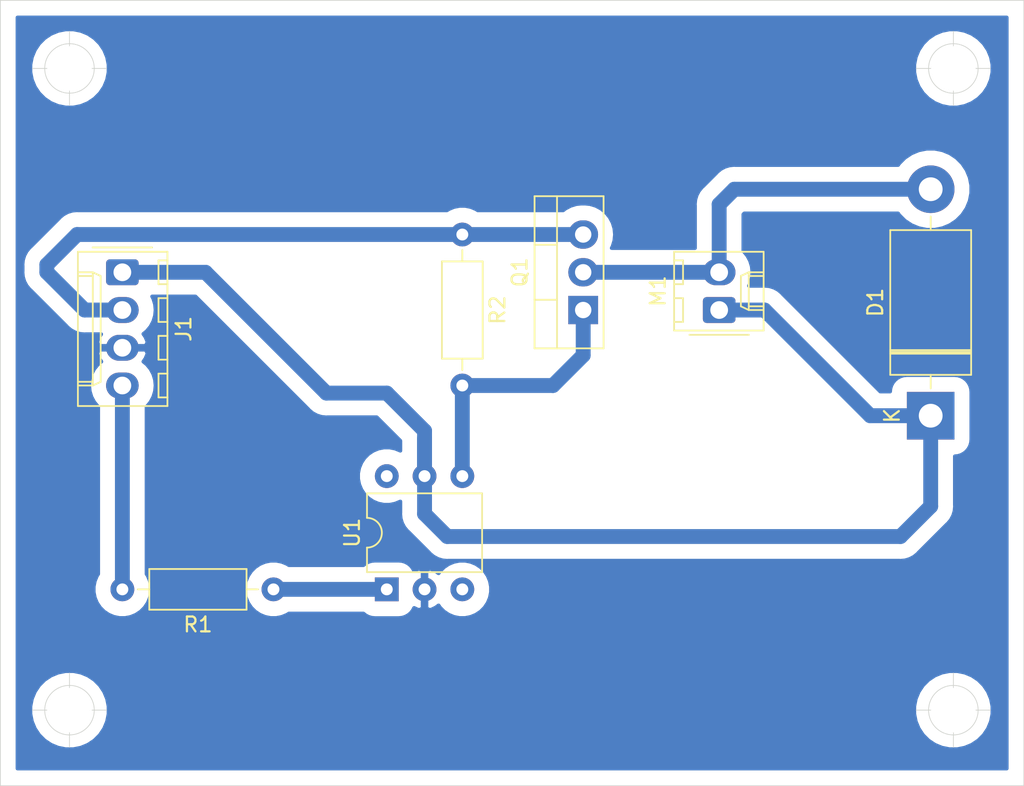
<source format=kicad_pcb>
(kicad_pcb (version 20171130) (host pcbnew "(5.1.7)-1")

  (general
    (thickness 1.6)
    (drawings 8)
    (tracks 30)
    (zones 0)
    (modules 11)
    (nets 10)
  )

  (page A4)
  (title_block
    (title "Motor Coupler")
    (date 8/10/2020)
    (rev V3.0)
    (company Zéfiro)
  )

  (layers
    (0 F.Cu signal)
    (31 B.Cu signal)
    (32 B.Adhes user hide)
    (33 F.Adhes user hide)
    (34 B.Paste user)
    (35 F.Paste user hide)
    (36 B.SilkS user)
    (37 F.SilkS user)
    (38 B.Mask user)
    (39 F.Mask user hide)
    (40 Dwgs.User user hide)
    (41 Cmts.User user hide)
    (42 Eco1.User user hide)
    (43 Eco2.User user hide)
    (44 Edge.Cuts user)
    (45 Margin user hide)
    (46 B.CrtYd user)
    (47 F.CrtYd user hide)
    (48 B.Fab user)
    (49 F.Fab user hide)
  )

  (setup
    (last_trace_width 1)
    (trace_clearance 0.2)
    (zone_clearance 1)
    (zone_45_only no)
    (trace_min 0.2)
    (via_size 0.8)
    (via_drill 0.4)
    (via_min_size 0.4)
    (via_min_drill 0.3)
    (uvia_size 0.3)
    (uvia_drill 0.1)
    (uvias_allowed no)
    (uvia_min_size 0.2)
    (uvia_min_drill 0.1)
    (edge_width 0.05)
    (segment_width 0.2)
    (pcb_text_width 0.3)
    (pcb_text_size 1.5 1.5)
    (mod_edge_width 0.12)
    (mod_text_size 1 1)
    (mod_text_width 0.15)
    (pad_size 1.524 1.524)
    (pad_drill 0.762)
    (pad_to_mask_clearance 0)
    (aux_axis_origin 116.332 114.3)
    (visible_elements 7FFFFFFF)
    (pcbplotparams
      (layerselection 0x010fc_ffffffff)
      (usegerberextensions false)
      (usegerberattributes true)
      (usegerberadvancedattributes true)
      (creategerberjobfile true)
      (excludeedgelayer true)
      (linewidth 0.100000)
      (plotframeref false)
      (viasonmask false)
      (mode 1)
      (useauxorigin false)
      (hpglpennumber 1)
      (hpglpenspeed 20)
      (hpglpendiameter 15.000000)
      (psnegative false)
      (psa4output false)
      (plotreference true)
      (plotvalue true)
      (plotinvisibletext false)
      (padsonsilk false)
      (subtractmaskfromsilk false)
      (outputformat 1)
      (mirror false)
      (drillshape 1)
      (scaleselection 1)
      (outputdirectory ""))
  )

  (net 0 "")
  (net 1 "Net-(D1-Pad2)")
  (net 2 12V)
  (net 3 MOTOR_PWM)
  (net 4 GND)
  (net 5 "Net-(R1-Pad1)")
  (net 6 "Net-(U1-Pad6)")
  (net 7 "Net-(U1-Pad3)")
  (net 8 "Net-(Q1-Pad1)")
  (net 9 Bat_GND)

  (net_class Default "This is the default net class."
    (clearance 0.2)
    (trace_width 1)
    (via_dia 0.8)
    (via_drill 0.4)
    (uvia_dia 0.3)
    (uvia_drill 0.1)
    (add_net 12V)
    (add_net Bat_GND)
    (add_net GND)
    (add_net MOTOR_PWM)
    (add_net "Net-(D1-Pad2)")
    (add_net "Net-(Q1-Pad1)")
    (add_net "Net-(R1-Pad1)")
    (add_net "Net-(U1-Pad3)")
    (add_net "Net-(U1-Pad6)")
  )

  (module Connector_Molex:Molex_KK-254_AE-6410-04A_1x04_P2.54mm_Vertical (layer F.Cu) (tedit 5EA53D3B) (tstamp 5F8E4265)
    (at 119.888 84.836 270)
    (descr "Molex KK-254 Interconnect System, old/engineering part number: AE-6410-04A example for new part number: 22-27-2041, 4 Pins (http://www.molex.com/pdm_docs/sd/022272021_sd.pdf), generated with kicad-footprint-generator")
    (tags "connector Molex KK-254 vertical")
    (path /5F861A08)
    (fp_text reference J1 (at 3.81 -4.12 90) (layer F.SilkS)
      (effects (font (size 1 1) (thickness 0.15)))
    )
    (fp_text value Conn_Motor (at 3.81 4.08 90) (layer F.Fab)
      (effects (font (size 1 1) (thickness 0.15)))
    )
    (fp_text user %R (at 3.81 -2.22 90) (layer F.Fab)
      (effects (font (size 1 1) (thickness 0.15)))
    )
    (fp_line (start -1.27 -2.92) (end -1.27 2.88) (layer F.Fab) (width 0.1))
    (fp_line (start -1.27 2.88) (end 8.89 2.88) (layer F.Fab) (width 0.1))
    (fp_line (start 8.89 2.88) (end 8.89 -2.92) (layer F.Fab) (width 0.1))
    (fp_line (start 8.89 -2.92) (end -1.27 -2.92) (layer F.Fab) (width 0.1))
    (fp_line (start -1.38 -3.03) (end -1.38 2.99) (layer F.SilkS) (width 0.12))
    (fp_line (start -1.38 2.99) (end 9 2.99) (layer F.SilkS) (width 0.12))
    (fp_line (start 9 2.99) (end 9 -3.03) (layer F.SilkS) (width 0.12))
    (fp_line (start 9 -3.03) (end -1.38 -3.03) (layer F.SilkS) (width 0.12))
    (fp_line (start -1.67 -2) (end -1.67 2) (layer F.SilkS) (width 0.12))
    (fp_line (start -1.27 -0.5) (end -0.562893 0) (layer F.Fab) (width 0.1))
    (fp_line (start -0.562893 0) (end -1.27 0.5) (layer F.Fab) (width 0.1))
    (fp_line (start 0 2.99) (end 0 1.99) (layer F.SilkS) (width 0.12))
    (fp_line (start 0 1.99) (end 7.62 1.99) (layer F.SilkS) (width 0.12))
    (fp_line (start 7.62 1.99) (end 7.62 2.99) (layer F.SilkS) (width 0.12))
    (fp_line (start 0 1.99) (end 0.25 1.46) (layer F.SilkS) (width 0.12))
    (fp_line (start 0.25 1.46) (end 7.37 1.46) (layer F.SilkS) (width 0.12))
    (fp_line (start 7.37 1.46) (end 7.62 1.99) (layer F.SilkS) (width 0.12))
    (fp_line (start 0.25 2.99) (end 0.25 1.99) (layer F.SilkS) (width 0.12))
    (fp_line (start 7.37 2.99) (end 7.37 1.99) (layer F.SilkS) (width 0.12))
    (fp_line (start -0.8 -3.03) (end -0.8 -2.43) (layer F.SilkS) (width 0.12))
    (fp_line (start -0.8 -2.43) (end 0.8 -2.43) (layer F.SilkS) (width 0.12))
    (fp_line (start 0.8 -2.43) (end 0.8 -3.03) (layer F.SilkS) (width 0.12))
    (fp_line (start 1.74 -3.03) (end 1.74 -2.43) (layer F.SilkS) (width 0.12))
    (fp_line (start 1.74 -2.43) (end 3.34 -2.43) (layer F.SilkS) (width 0.12))
    (fp_line (start 3.34 -2.43) (end 3.34 -3.03) (layer F.SilkS) (width 0.12))
    (fp_line (start 4.28 -3.03) (end 4.28 -2.43) (layer F.SilkS) (width 0.12))
    (fp_line (start 4.28 -2.43) (end 5.88 -2.43) (layer F.SilkS) (width 0.12))
    (fp_line (start 5.88 -2.43) (end 5.88 -3.03) (layer F.SilkS) (width 0.12))
    (fp_line (start 6.82 -3.03) (end 6.82 -2.43) (layer F.SilkS) (width 0.12))
    (fp_line (start 6.82 -2.43) (end 8.42 -2.43) (layer F.SilkS) (width 0.12))
    (fp_line (start 8.42 -2.43) (end 8.42 -3.03) (layer F.SilkS) (width 0.12))
    (fp_line (start -1.77 -3.42) (end -1.77 3.38) (layer F.CrtYd) (width 0.05))
    (fp_line (start -1.77 3.38) (end 9.39 3.38) (layer F.CrtYd) (width 0.05))
    (fp_line (start 9.39 3.38) (end 9.39 -3.42) (layer F.CrtYd) (width 0.05))
    (fp_line (start 9.39 -3.42) (end -1.77 -3.42) (layer F.CrtYd) (width 0.05))
    (pad 4 thru_hole oval (at 7.62 0 270) (size 1.74 2.19) (drill 1.19) (layers *.Cu *.Mask)
      (net 3 MOTOR_PWM))
    (pad 3 thru_hole oval (at 5.08 0 270) (size 1.74 2.19) (drill 1.19) (layers *.Cu *.Mask)
      (net 4 GND))
    (pad 2 thru_hole oval (at 2.54 0 270) (size 1.74 2.19) (drill 1.19) (layers *.Cu *.Mask)
      (net 9 Bat_GND))
    (pad 1 thru_hole roundrect (at 0 0 270) (size 1.74 2.19) (drill 1.19) (layers *.Cu *.Mask) (roundrect_rratio 0.143678)
      (net 2 12V))
    (model ${KISYS3DMOD}/Connector_Molex.3dshapes/Molex_KK-254_AE-6410-04A_1x04_P2.54mm_Vertical.wrl
      (at (xyz 0 0 0))
      (scale (xyz 1 1 1))
      (rotate (xyz 0 0 0))
    )
  )

  (module Package_TO_SOT_THT:TO-220-3_Vertical (layer F.Cu) (tedit 5AC8BA0D) (tstamp 5F81F78C)
    (at 150.876 87.376 90)
    (descr "TO-220-3, Vertical, RM 2.54mm, see https://www.vishay.com/docs/66542/to-220-1.pdf")
    (tags "TO-220-3 Vertical RM 2.54mm")
    (path /5F89178F)
    (fp_text reference Q1 (at 2.54 -4.27 90) (layer F.SilkS)
      (effects (font (size 1 1) (thickness 0.15)))
    )
    (fp_text value IRF540N (at 2.54 2.5 90) (layer F.Fab)
      (effects (font (size 1 1) (thickness 0.15)))
    )
    (fp_line (start -2.46 -3.15) (end -2.46 1.25) (layer F.Fab) (width 0.1))
    (fp_line (start -2.46 1.25) (end 7.54 1.25) (layer F.Fab) (width 0.1))
    (fp_line (start 7.54 1.25) (end 7.54 -3.15) (layer F.Fab) (width 0.1))
    (fp_line (start 7.54 -3.15) (end -2.46 -3.15) (layer F.Fab) (width 0.1))
    (fp_line (start -2.46 -1.88) (end 7.54 -1.88) (layer F.Fab) (width 0.1))
    (fp_line (start 0.69 -3.15) (end 0.69 -1.88) (layer F.Fab) (width 0.1))
    (fp_line (start 4.39 -3.15) (end 4.39 -1.88) (layer F.Fab) (width 0.1))
    (fp_line (start -2.58 -3.27) (end 7.66 -3.27) (layer F.SilkS) (width 0.12))
    (fp_line (start -2.58 1.371) (end 7.66 1.371) (layer F.SilkS) (width 0.12))
    (fp_line (start -2.58 -3.27) (end -2.58 1.371) (layer F.SilkS) (width 0.12))
    (fp_line (start 7.66 -3.27) (end 7.66 1.371) (layer F.SilkS) (width 0.12))
    (fp_line (start -2.58 -1.76) (end 7.66 -1.76) (layer F.SilkS) (width 0.12))
    (fp_line (start 0.69 -3.27) (end 0.69 -1.76) (layer F.SilkS) (width 0.12))
    (fp_line (start 4.391 -3.27) (end 4.391 -1.76) (layer F.SilkS) (width 0.12))
    (fp_line (start -2.71 -3.4) (end -2.71 1.51) (layer F.CrtYd) (width 0.05))
    (fp_line (start -2.71 1.51) (end 7.79 1.51) (layer F.CrtYd) (width 0.05))
    (fp_line (start 7.79 1.51) (end 7.79 -3.4) (layer F.CrtYd) (width 0.05))
    (fp_line (start 7.79 -3.4) (end -2.71 -3.4) (layer F.CrtYd) (width 0.05))
    (fp_text user %R (at 2.54 -4.27 90) (layer F.Fab)
      (effects (font (size 1 1) (thickness 0.15)))
    )
    (pad 3 thru_hole oval (at 5.08 0 90) (size 1.905 2) (drill 1.1) (layers *.Cu *.Mask)
      (net 9 Bat_GND))
    (pad 2 thru_hole oval (at 2.54 0 90) (size 1.905 2) (drill 1.1) (layers *.Cu *.Mask)
      (net 1 "Net-(D1-Pad2)"))
    (pad 1 thru_hole rect (at 0 0 90) (size 1.905 2) (drill 1.1) (layers *.Cu *.Mask)
      (net 8 "Net-(Q1-Pad1)"))
    (model ${KISYS3DMOD}/Package_TO_SOT_THT.3dshapes/TO-220-3_Vertical.wrl
      (at (xyz 0 0 0))
      (scale (xyz 1 1 1))
      (rotate (xyz 0 0 0))
    )
  )

  (module Package_DIP:DIP-6_W7.62mm (layer F.Cu) (tedit 5A02E8C5) (tstamp 5F81F882)
    (at 137.668 106.172 90)
    (descr "6-lead though-hole mounted DIP package, row spacing 7.62 mm (300 mils)")
    (tags "THT DIP DIL PDIP 2.54mm 7.62mm 300mil")
    (path /5F8644DD)
    (fp_text reference U1 (at 3.81 -2.33 90) (layer F.SilkS)
      (effects (font (size 1 1) (thickness 0.15)))
    )
    (fp_text value 4N25 (at 3.81 7.41 90) (layer F.Fab)
      (effects (font (size 1 1) (thickness 0.15)))
    )
    (fp_line (start 1.635 -1.27) (end 6.985 -1.27) (layer F.Fab) (width 0.1))
    (fp_line (start 6.985 -1.27) (end 6.985 6.35) (layer F.Fab) (width 0.1))
    (fp_line (start 6.985 6.35) (end 0.635 6.35) (layer F.Fab) (width 0.1))
    (fp_line (start 0.635 6.35) (end 0.635 -0.27) (layer F.Fab) (width 0.1))
    (fp_line (start 0.635 -0.27) (end 1.635 -1.27) (layer F.Fab) (width 0.1))
    (fp_line (start 2.81 -1.33) (end 1.16 -1.33) (layer F.SilkS) (width 0.12))
    (fp_line (start 1.16 -1.33) (end 1.16 6.41) (layer F.SilkS) (width 0.12))
    (fp_line (start 1.16 6.41) (end 6.46 6.41) (layer F.SilkS) (width 0.12))
    (fp_line (start 6.46 6.41) (end 6.46 -1.33) (layer F.SilkS) (width 0.12))
    (fp_line (start 6.46 -1.33) (end 4.81 -1.33) (layer F.SilkS) (width 0.12))
    (fp_line (start -1.1 -1.55) (end -1.1 6.6) (layer F.CrtYd) (width 0.05))
    (fp_line (start -1.1 6.6) (end 8.7 6.6) (layer F.CrtYd) (width 0.05))
    (fp_line (start 8.7 6.6) (end 8.7 -1.55) (layer F.CrtYd) (width 0.05))
    (fp_line (start 8.7 -1.55) (end -1.1 -1.55) (layer F.CrtYd) (width 0.05))
    (fp_text user %R (at 3.81 2.54 90) (layer F.Fab)
      (effects (font (size 1 1) (thickness 0.15)))
    )
    (fp_arc (start 3.81 -1.33) (end 2.81 -1.33) (angle -180) (layer F.SilkS) (width 0.12))
    (pad 6 thru_hole oval (at 7.62 0 90) (size 1.6 1.6) (drill 0.8) (layers *.Cu *.Mask)
      (net 6 "Net-(U1-Pad6)"))
    (pad 3 thru_hole oval (at 0 5.08 90) (size 1.6 1.6) (drill 0.8) (layers *.Cu *.Mask)
      (net 7 "Net-(U1-Pad3)"))
    (pad 5 thru_hole oval (at 7.62 2.54 90) (size 1.6 1.6) (drill 0.8) (layers *.Cu *.Mask)
      (net 2 12V))
    (pad 2 thru_hole oval (at 0 2.54 90) (size 1.6 1.6) (drill 0.8) (layers *.Cu *.Mask)
      (net 4 GND))
    (pad 4 thru_hole oval (at 7.62 5.08 90) (size 1.6 1.6) (drill 0.8) (layers *.Cu *.Mask)
      (net 8 "Net-(Q1-Pad1)"))
    (pad 1 thru_hole rect (at 0 0 90) (size 1.6 1.6) (drill 0.8) (layers *.Cu *.Mask)
      (net 5 "Net-(R1-Pad1)"))
    (model ${KISYS3DMOD}/Package_DIP.3dshapes/DIP-6_W7.62mm.wrl
      (at (xyz 0 0 0))
      (scale (xyz 1 1 1))
      (rotate (xyz 0 0 0))
    )
  )

  (module Resistor_THT:R_Axial_DIN0207_L6.3mm_D2.5mm_P10.16mm_Horizontal (layer F.Cu) (tedit 5AE5139B) (tstamp 5F81F83D)
    (at 142.748 82.296 270)
    (descr "Resistor, Axial_DIN0207 series, Axial, Horizontal, pin pitch=10.16mm, 0.25W = 1/4W, length*diameter=6.3*2.5mm^2, http://cdn-reichelt.de/documents/datenblatt/B400/1_4W%23YAG.pdf")
    (tags "Resistor Axial_DIN0207 series Axial Horizontal pin pitch 10.16mm 0.25W = 1/4W length 6.3mm diameter 2.5mm")
    (path /5F86AA70)
    (fp_text reference R2 (at 5.08 -2.37 90) (layer F.SilkS)
      (effects (font (size 1 1) (thickness 0.15)))
    )
    (fp_text value 1K (at 5.08 2.37 90) (layer F.Fab)
      (effects (font (size 1 1) (thickness 0.15)))
    )
    (fp_line (start 1.93 -1.25) (end 1.93 1.25) (layer F.Fab) (width 0.1))
    (fp_line (start 1.93 1.25) (end 8.23 1.25) (layer F.Fab) (width 0.1))
    (fp_line (start 8.23 1.25) (end 8.23 -1.25) (layer F.Fab) (width 0.1))
    (fp_line (start 8.23 -1.25) (end 1.93 -1.25) (layer F.Fab) (width 0.1))
    (fp_line (start 0 0) (end 1.93 0) (layer F.Fab) (width 0.1))
    (fp_line (start 10.16 0) (end 8.23 0) (layer F.Fab) (width 0.1))
    (fp_line (start 1.81 -1.37) (end 1.81 1.37) (layer F.SilkS) (width 0.12))
    (fp_line (start 1.81 1.37) (end 8.35 1.37) (layer F.SilkS) (width 0.12))
    (fp_line (start 8.35 1.37) (end 8.35 -1.37) (layer F.SilkS) (width 0.12))
    (fp_line (start 8.35 -1.37) (end 1.81 -1.37) (layer F.SilkS) (width 0.12))
    (fp_line (start 1.04 0) (end 1.81 0) (layer F.SilkS) (width 0.12))
    (fp_line (start 9.12 0) (end 8.35 0) (layer F.SilkS) (width 0.12))
    (fp_line (start -1.05 -1.5) (end -1.05 1.5) (layer F.CrtYd) (width 0.05))
    (fp_line (start -1.05 1.5) (end 11.21 1.5) (layer F.CrtYd) (width 0.05))
    (fp_line (start 11.21 1.5) (end 11.21 -1.5) (layer F.CrtYd) (width 0.05))
    (fp_line (start 11.21 -1.5) (end -1.05 -1.5) (layer F.CrtYd) (width 0.05))
    (fp_text user %R (at 5.08 0 90) (layer F.Fab)
      (effects (font (size 1 1) (thickness 0.15)))
    )
    (pad 2 thru_hole oval (at 10.16 0 270) (size 1.6 1.6) (drill 0.8) (layers *.Cu *.Mask)
      (net 8 "Net-(Q1-Pad1)"))
    (pad 1 thru_hole circle (at 0 0 270) (size 1.6 1.6) (drill 0.8) (layers *.Cu *.Mask)
      (net 9 Bat_GND))
    (model ${KISYS3DMOD}/Resistor_THT.3dshapes/R_Axial_DIN0207_L6.3mm_D2.5mm_P10.16mm_Horizontal.wrl
      (at (xyz 0 0 0))
      (scale (xyz 1 1 1))
      (rotate (xyz 0 0 0))
    )
  )

  (module Resistor_THT:R_Axial_DIN0207_L6.3mm_D2.5mm_P10.16mm_Horizontal (layer F.Cu) (tedit 5AE5139B) (tstamp 5F7FF49C)
    (at 130.048 106.172 180)
    (descr "Resistor, Axial_DIN0207 series, Axial, Horizontal, pin pitch=10.16mm, 0.25W = 1/4W, length*diameter=6.3*2.5mm^2, http://cdn-reichelt.de/documents/datenblatt/B400/1_4W%23YAG.pdf")
    (tags "Resistor Axial_DIN0207 series Axial Horizontal pin pitch 10.16mm 0.25W = 1/4W length 6.3mm diameter 2.5mm")
    (path /5F86F185)
    (fp_text reference R1 (at 5.08 -2.37) (layer F.SilkS)
      (effects (font (size 1 1) (thickness 0.15)))
    )
    (fp_text value 120 (at 5.08 2.37) (layer F.Fab)
      (effects (font (size 1 1) (thickness 0.15)))
    )
    (fp_line (start 1.93 -1.25) (end 1.93 1.25) (layer F.Fab) (width 0.1))
    (fp_line (start 1.93 1.25) (end 8.23 1.25) (layer F.Fab) (width 0.1))
    (fp_line (start 8.23 1.25) (end 8.23 -1.25) (layer F.Fab) (width 0.1))
    (fp_line (start 8.23 -1.25) (end 1.93 -1.25) (layer F.Fab) (width 0.1))
    (fp_line (start 0 0) (end 1.93 0) (layer F.Fab) (width 0.1))
    (fp_line (start 10.16 0) (end 8.23 0) (layer F.Fab) (width 0.1))
    (fp_line (start 1.81 -1.37) (end 1.81 1.37) (layer F.SilkS) (width 0.12))
    (fp_line (start 1.81 1.37) (end 8.35 1.37) (layer F.SilkS) (width 0.12))
    (fp_line (start 8.35 1.37) (end 8.35 -1.37) (layer F.SilkS) (width 0.12))
    (fp_line (start 8.35 -1.37) (end 1.81 -1.37) (layer F.SilkS) (width 0.12))
    (fp_line (start 1.04 0) (end 1.81 0) (layer F.SilkS) (width 0.12))
    (fp_line (start 9.12 0) (end 8.35 0) (layer F.SilkS) (width 0.12))
    (fp_line (start -1.05 -1.5) (end -1.05 1.5) (layer F.CrtYd) (width 0.05))
    (fp_line (start -1.05 1.5) (end 11.21 1.5) (layer F.CrtYd) (width 0.05))
    (fp_line (start 11.21 1.5) (end 11.21 -1.5) (layer F.CrtYd) (width 0.05))
    (fp_line (start 11.21 -1.5) (end -1.05 -1.5) (layer F.CrtYd) (width 0.05))
    (fp_text user %R (at 5.08 0 180) (layer F.Fab)
      (effects (font (size 1 1) (thickness 0.15)))
    )
    (pad 2 thru_hole oval (at 10.16 0 180) (size 1.6 1.6) (drill 0.8) (layers *.Cu *.Mask)
      (net 3 MOTOR_PWM))
    (pad 1 thru_hole circle (at 0 0 180) (size 1.6 1.6) (drill 0.8) (layers *.Cu *.Mask)
      (net 5 "Net-(R1-Pad1)"))
    (model ${KISYS3DMOD}/Resistor_THT.3dshapes/R_Axial_DIN0207_L6.3mm_D2.5mm_P10.16mm_Horizontal.wrl
      (at (xyz 0 0 0))
      (scale (xyz 1 1 1))
      (rotate (xyz 0 0 0))
    )
  )

  (module Connector_Molex:Molex_KK-254_AE-6410-02A_1x02_P2.54mm_Vertical (layer F.Cu) (tedit 5EA53D3B) (tstamp 5F81F7E1)
    (at 160.02 87.376 90)
    (descr "Molex KK-254 Interconnect System, old/engineering part number: AE-6410-02A example for new part number: 22-27-2021, 2 Pins (http://www.molex.com/pdm_docs/sd/022272021_sd.pdf), generated with kicad-footprint-generator")
    (tags "connector Molex KK-254 vertical")
    (path /5F86C48C)
    (fp_text reference M1 (at 1.27 -4.12 90) (layer F.SilkS)
      (effects (font (size 1 1) (thickness 0.15)))
    )
    (fp_text value Motor_DC_ALT (at 1.27 4.08 90) (layer F.Fab)
      (effects (font (size 1 1) (thickness 0.15)))
    )
    (fp_line (start -1.27 -2.92) (end -1.27 2.88) (layer F.Fab) (width 0.1))
    (fp_line (start -1.27 2.88) (end 3.81 2.88) (layer F.Fab) (width 0.1))
    (fp_line (start 3.81 2.88) (end 3.81 -2.92) (layer F.Fab) (width 0.1))
    (fp_line (start 3.81 -2.92) (end -1.27 -2.92) (layer F.Fab) (width 0.1))
    (fp_line (start -1.38 -3.03) (end -1.38 2.99) (layer F.SilkS) (width 0.12))
    (fp_line (start -1.38 2.99) (end 3.92 2.99) (layer F.SilkS) (width 0.12))
    (fp_line (start 3.92 2.99) (end 3.92 -3.03) (layer F.SilkS) (width 0.12))
    (fp_line (start 3.92 -3.03) (end -1.38 -3.03) (layer F.SilkS) (width 0.12))
    (fp_line (start -1.67 -2) (end -1.67 2) (layer F.SilkS) (width 0.12))
    (fp_line (start -1.27 -0.5) (end -0.562893 0) (layer F.Fab) (width 0.1))
    (fp_line (start -0.562893 0) (end -1.27 0.5) (layer F.Fab) (width 0.1))
    (fp_line (start 0 2.99) (end 0 1.99) (layer F.SilkS) (width 0.12))
    (fp_line (start 0 1.99) (end 2.54 1.99) (layer F.SilkS) (width 0.12))
    (fp_line (start 2.54 1.99) (end 2.54 2.99) (layer F.SilkS) (width 0.12))
    (fp_line (start 0 1.99) (end 0.25 1.46) (layer F.SilkS) (width 0.12))
    (fp_line (start 0.25 1.46) (end 2.29 1.46) (layer F.SilkS) (width 0.12))
    (fp_line (start 2.29 1.46) (end 2.54 1.99) (layer F.SilkS) (width 0.12))
    (fp_line (start 0.25 2.99) (end 0.25 1.99) (layer F.SilkS) (width 0.12))
    (fp_line (start 2.29 2.99) (end 2.29 1.99) (layer F.SilkS) (width 0.12))
    (fp_line (start -0.8 -3.03) (end -0.8 -2.43) (layer F.SilkS) (width 0.12))
    (fp_line (start -0.8 -2.43) (end 0.8 -2.43) (layer F.SilkS) (width 0.12))
    (fp_line (start 0.8 -2.43) (end 0.8 -3.03) (layer F.SilkS) (width 0.12))
    (fp_line (start 1.74 -3.03) (end 1.74 -2.43) (layer F.SilkS) (width 0.12))
    (fp_line (start 1.74 -2.43) (end 3.34 -2.43) (layer F.SilkS) (width 0.12))
    (fp_line (start 3.34 -2.43) (end 3.34 -3.03) (layer F.SilkS) (width 0.12))
    (fp_line (start -1.77 -3.42) (end -1.77 3.38) (layer F.CrtYd) (width 0.05))
    (fp_line (start -1.77 3.38) (end 4.31 3.38) (layer F.CrtYd) (width 0.05))
    (fp_line (start 4.31 3.38) (end 4.31 -3.42) (layer F.CrtYd) (width 0.05))
    (fp_line (start 4.31 -3.42) (end -1.77 -3.42) (layer F.CrtYd) (width 0.05))
    (fp_text user %R (at 1.27 -2.22 90) (layer F.Fab)
      (effects (font (size 1 1) (thickness 0.15)))
    )
    (pad 2 thru_hole oval (at 2.54 0 90) (size 1.74 2.19) (drill 1.19) (layers *.Cu *.Mask)
      (net 1 "Net-(D1-Pad2)"))
    (pad 1 thru_hole roundrect (at 0 0 90) (size 1.74 2.19) (drill 1.19) (layers *.Cu *.Mask) (roundrect_rratio 0.143678)
      (net 2 12V))
    (model ${KISYS3DMOD}/Connector_Molex.3dshapes/Molex_KK-254_AE-6410-02A_1x02_P2.54mm_Vertical.wrl
      (at (xyz 0 0 0))
      (scale (xyz 1 1 1))
      (rotate (xyz 0 0 0))
    )
  )

  (module MountingHole:MountingHole_3mm (layer F.Cu) (tedit 56D1B4CB) (tstamp 5F7FF41F)
    (at 116.332 114.3)
    (descr "Mounting Hole 3mm, no annular")
    (tags "mounting hole 3mm no annular")
    (path /5F862D64)
    (attr virtual)
    (fp_text reference H4 (at 0 -4) (layer F.SilkS) hide
      (effects (font (size 1 1) (thickness 0.15)))
    )
    (fp_text value MountingHole (at 0 4) (layer F.Fab) hide
      (effects (font (size 1 1) (thickness 0.15)))
    )
    (fp_circle (center 0 0) (end 3 0) (layer Cmts.User) (width 0.15))
    (fp_circle (center 0 0) (end 3.25 0) (layer F.CrtYd) (width 0.05))
    (fp_text user %R (at 0.3 0) (layer F.Fab)
      (effects (font (size 1 1) (thickness 0.15)))
    )
    (pad 1 np_thru_hole circle (at 0 0) (size 3 3) (drill 3) (layers *.Cu *.Mask))
  )

  (module MountingHole:MountingHole_3mm (layer F.Cu) (tedit 56D1B4CB) (tstamp 5F7FF733)
    (at 175.768 114.3)
    (descr "Mounting Hole 3mm, no annular")
    (tags "mounting hole 3mm no annular")
    (path /5F862BA2)
    (attr virtual)
    (fp_text reference H3 (at 0 -4) (layer F.SilkS) hide
      (effects (font (size 1 1) (thickness 0.15)))
    )
    (fp_text value MountingHole (at 0.963 1.148) (layer F.Fab) hide
      (effects (font (size 1 1) (thickness 0.15)))
    )
    (fp_circle (center 0 0) (end 3 0) (layer Cmts.User) (width 0.15))
    (fp_circle (center 0 0) (end 3.25 0) (layer F.CrtYd) (width 0.05))
    (fp_text user %R (at 0.3 0) (layer F.Fab)
      (effects (font (size 1 1) (thickness 0.15)))
    )
    (pad 1 np_thru_hole circle (at 0 0) (size 3 3) (drill 3) (layers *.Cu *.Mask))
  )

  (module MountingHole:MountingHole_3mm (layer F.Cu) (tedit 56D1B4CB) (tstamp 5F7FF40F)
    (at 175.768 71.12)
    (descr "Mounting Hole 3mm, no annular")
    (tags "mounting hole 3mm no annular")
    (path /5F862988)
    (attr virtual)
    (fp_text reference H2 (at 0 -4) (layer F.SilkS) hide
      (effects (font (size 1 1) (thickness 0.15)))
    )
    (fp_text value MountingHole (at 0 4) (layer F.Fab) hide
      (effects (font (size 1 1) (thickness 0.15)))
    )
    (fp_circle (center 0 0) (end 3 0) (layer Cmts.User) (width 0.15))
    (fp_circle (center 0 0) (end 3.25 0) (layer F.CrtYd) (width 0.05))
    (fp_text user %R (at -0.185 0) (layer F.Fab)
      (effects (font (size 1 1) (thickness 0.15)))
    )
    (pad 1 np_thru_hole circle (at 0 0) (size 3 3) (drill 3) (layers *.Cu *.Mask))
  )

  (module MountingHole:MountingHole_3mm (layer F.Cu) (tedit 56D1B4CB) (tstamp 5F7FF407)
    (at 116.332 71.12)
    (descr "Mounting Hole 3mm, no annular")
    (tags "mounting hole 3mm no annular")
    (path /5F862203)
    (attr virtual)
    (fp_text reference H1 (at 0 -4) (layer F.SilkS) hide
      (effects (font (size 1 1) (thickness 0.15)))
    )
    (fp_text value MountingHole (at 0 4) (layer F.Fab) hide
      (effects (font (size 1 1) (thickness 0.15)))
    )
    (fp_circle (center 0 0) (end 3 0) (layer Cmts.User) (width 0.15))
    (fp_circle (center 0 0) (end 3.25 0) (layer F.CrtYd) (width 0.05))
    (fp_text user %R (at -0.123 0) (layer F.Fab)
      (effects (font (size 1 1) (thickness 0.15)))
    )
    (pad 1 np_thru_hole circle (at 0 0) (size 3 3) (drill 3) (layers *.Cu *.Mask))
  )

  (module Diode_THT:D_DO-201AD_P15.24mm_Horizontal (layer F.Cu) (tedit 5AE50CD5) (tstamp 5F81F8D2)
    (at 174.244 94.488 90)
    (descr "Diode, DO-201AD series, Axial, Horizontal, pin pitch=15.24mm, , length*diameter=9.5*5.2mm^2, , http://www.diodes.com/_files/packages/DO-201AD.pdf")
    (tags "Diode DO-201AD series Axial Horizontal pin pitch 15.24mm  length 9.5mm diameter 5.2mm")
    (path /5F86D5A5)
    (fp_text reference D1 (at 7.62 -3.72 90) (layer F.SilkS)
      (effects (font (size 1 1) (thickness 0.15)))
    )
    (fp_text value 1N5400 (at 7.62 3.72 90) (layer F.Fab)
      (effects (font (size 1 1) (thickness 0.15)))
    )
    (fp_line (start 2.87 -2.6) (end 2.87 2.6) (layer F.Fab) (width 0.1))
    (fp_line (start 2.87 2.6) (end 12.37 2.6) (layer F.Fab) (width 0.1))
    (fp_line (start 12.37 2.6) (end 12.37 -2.6) (layer F.Fab) (width 0.1))
    (fp_line (start 12.37 -2.6) (end 2.87 -2.6) (layer F.Fab) (width 0.1))
    (fp_line (start 0 0) (end 2.87 0) (layer F.Fab) (width 0.1))
    (fp_line (start 15.24 0) (end 12.37 0) (layer F.Fab) (width 0.1))
    (fp_line (start 4.295 -2.6) (end 4.295 2.6) (layer F.Fab) (width 0.1))
    (fp_line (start 4.395 -2.6) (end 4.395 2.6) (layer F.Fab) (width 0.1))
    (fp_line (start 4.195 -2.6) (end 4.195 2.6) (layer F.Fab) (width 0.1))
    (fp_line (start 2.75 -2.72) (end 2.75 2.72) (layer F.SilkS) (width 0.12))
    (fp_line (start 2.75 2.72) (end 12.49 2.72) (layer F.SilkS) (width 0.12))
    (fp_line (start 12.49 2.72) (end 12.49 -2.72) (layer F.SilkS) (width 0.12))
    (fp_line (start 12.49 -2.72) (end 2.75 -2.72) (layer F.SilkS) (width 0.12))
    (fp_line (start 1.84 0) (end 2.75 0) (layer F.SilkS) (width 0.12))
    (fp_line (start 13.4 0) (end 12.49 0) (layer F.SilkS) (width 0.12))
    (fp_line (start 4.295 -2.72) (end 4.295 2.72) (layer F.SilkS) (width 0.12))
    (fp_line (start 4.415 -2.72) (end 4.415 2.72) (layer F.SilkS) (width 0.12))
    (fp_line (start 4.175 -2.72) (end 4.175 2.72) (layer F.SilkS) (width 0.12))
    (fp_line (start -1.85 -2.85) (end -1.85 2.85) (layer F.CrtYd) (width 0.05))
    (fp_line (start -1.85 2.85) (end 17.09 2.85) (layer F.CrtYd) (width 0.05))
    (fp_line (start 17.09 2.85) (end 17.09 -2.85) (layer F.CrtYd) (width 0.05))
    (fp_line (start 17.09 -2.85) (end -1.85 -2.85) (layer F.CrtYd) (width 0.05))
    (fp_text user K (at 0 -2.6 90) (layer F.SilkS)
      (effects (font (size 1 1) (thickness 0.15)))
    )
    (fp_text user K (at 0 -2.6 90) (layer F.Fab)
      (effects (font (size 1 1) (thickness 0.15)))
    )
    (fp_text user %R (at 8.3325 0 90) (layer F.Fab)
      (effects (font (size 1 1) (thickness 0.15)))
    )
    (pad 2 thru_hole oval (at 15.24 0 90) (size 3.2 3.2) (drill 1.6) (layers *.Cu *.Mask)
      (net 1 "Net-(D1-Pad2)"))
    (pad 1 thru_hole rect (at 0 0 90) (size 3.2 3.2) (drill 1.6) (layers *.Cu *.Mask)
      (net 2 12V))
    (model ${KISYS3DMOD}/Diode_THT.3dshapes/D_DO-201AD_P15.24mm_Horizontal.wrl
      (at (xyz 0 0 0))
      (scale (xyz 1 1 1))
      (rotate (xyz 0 0 0))
    )
  )

  (target plus (at 175.768 71.12) (size 5) (width 0.05) (layer Edge.Cuts) (tstamp 5F81F5EE))
  (target plus (at 116.332 71.12) (size 5) (width 0.05) (layer Edge.Cuts) (tstamp 5F81F5ED))
  (target plus (at 116.332 114.3) (size 5) (width 0.05) (layer Edge.Cuts) (tstamp 5F81F5EC))
  (target plus (at 175.768 114.3) (size 5) (width 0.05) (layer Edge.Cuts))
  (gr_line (start 111.684 119.38) (end 111.684 66.54) (layer Edge.Cuts) (width 0.05))
  (gr_line (start 180.508 119.38) (end 111.684 119.38) (layer Edge.Cuts) (width 0.05))
  (gr_line (start 180.508 66.54) (end 180.508 119.38) (layer Edge.Cuts) (width 0.05))
  (gr_line (start 111.684 66.54) (end 180.508 66.54) (layer Edge.Cuts) (width 0.05))

  (segment (start 160.02 84.836) (end 160.02 80.264) (width 1) (layer B.Cu) (net 1) (tstamp 5F81F76E))
  (segment (start 161.036 79.248) (end 174.244 79.248) (width 1) (layer B.Cu) (net 1) (tstamp 5F81F771))
  (segment (start 160.02 80.264) (end 161.036 79.248) (width 1) (layer B.Cu) (net 1) (tstamp 5F81F76B))
  (segment (start 150.876 84.836) (end 160.02 84.836) (width 1) (layer B.Cu) (net 1) (tstamp 5F81F768))
  (segment (start 140.208 96.012) (end 140.208 98.552) (width 1) (layer B.Cu) (net 2) (tstamp 5F81F765))
  (segment (start 137.668 92.964) (end 140.208 95.504) (width 1) (layer B.Cu) (net 2) (tstamp 5F81F762))
  (segment (start 140.208 95.504) (end 140.208 98.552) (width 1) (layer B.Cu) (net 2) (tstamp 5F81F75C))
  (segment (start 174.244 94.488) (end 174.244 100.584) (width 1) (layer B.Cu) (net 2) (tstamp 5F81F759))
  (segment (start 174.244 100.584) (end 172.212 102.616) (width 1) (layer B.Cu) (net 2) (tstamp 5F81F735))
  (segment (start 172.212 102.616) (end 141.732 102.616) (width 1) (layer B.Cu) (net 2) (tstamp 5F81F72F))
  (segment (start 140.208 101.092) (end 140.208 98.552) (width 1) (layer B.Cu) (net 2) (tstamp 5F81F732))
  (segment (start 141.732 102.616) (end 140.208 101.092) (width 1) (layer B.Cu) (net 2) (tstamp 5F81F74D))
  (segment (start 160.02 87.376) (end 163.068 87.376) (width 1) (layer B.Cu) (net 2) (tstamp 5F81F756))
  (segment (start 170.18 94.488) (end 174.244 94.488) (width 1) (layer B.Cu) (net 2) (tstamp 5F81F73B))
  (segment (start 163.068 87.376) (end 170.18 94.488) (width 1) (layer B.Cu) (net 2) (tstamp 5F81F738))
  (segment (start 137.668 92.964) (end 133.604 92.964) (width 1) (layer B.Cu) (net 2))
  (segment (start 125.476 84.836) (end 119.888 84.836) (width 1) (layer B.Cu) (net 2))
  (segment (start 133.604 92.964) (end 125.476 84.836) (width 1) (layer B.Cu) (net 2))
  (segment (start 119.888 106.172) (end 119.888 92.456) (width 1) (layer B.Cu) (net 3))
  (segment (start 142.748 82.296) (end 150.876 82.296) (width 1) (layer B.Cu) (net 9) (tstamp 5F81F747))
  (segment (start 130.048 106.172) (end 137.668 106.172) (width 1) (layer B.Cu) (net 5) (tstamp 5F81F741))
  (segment (start 142.748 98.552) (end 142.748 92.456) (width 1) (layer B.Cu) (net 8) (tstamp 5F81F744))
  (segment (start 148.844 92.456) (end 150.876 90.424) (width 1) (layer B.Cu) (net 8) (tstamp 5F81F750))
  (segment (start 150.876 90.424) (end 150.876 87.376) (width 1) (layer B.Cu) (net 8) (tstamp 5F81F74A))
  (segment (start 142.748 92.456) (end 148.844 92.456) (width 1) (layer B.Cu) (net 8) (tstamp 5F81F73E))
  (segment (start 119.888 87.376) (end 117.348 87.376) (width 1) (layer B.Cu) (net 9))
  (segment (start 117.348 87.376) (end 114.808 84.836) (width 1) (layer B.Cu) (net 9))
  (segment (start 114.808 84.836) (end 114.808 84.328) (width 1) (layer B.Cu) (net 9))
  (segment (start 116.84 82.296) (end 142.748 82.296) (width 1) (layer B.Cu) (net 9))
  (segment (start 114.808 84.328) (end 116.84 82.296) (width 1) (layer B.Cu) (net 9))

  (zone (net 4) (net_name GND) (layer B.Cu) (tstamp 0) (hatch edge 0.508)
    (connect_pads (clearance 1))
    (min_thickness 0.254)
    (fill yes (arc_segments 32) (thermal_gap 0.508) (thermal_bridge_width 0.508))
    (polygon
      (pts
        (xy 180.34 119.38) (xy 111.76 119.38) (xy 111.76 66.548) (xy 180.34 66.548)
      )
    )
    (filled_polygon
      (pts
        (xy 179.356001 118.228) (xy 112.836 118.228) (xy 112.836 114.041263) (xy 113.705 114.041263) (xy 113.705 114.558737)
        (xy 113.805954 115.066268) (xy 114.003983 115.544351) (xy 114.291476 115.974615) (xy 114.657385 116.340524) (xy 115.087649 116.628017)
        (xy 115.565732 116.826046) (xy 116.073263 116.927) (xy 116.590737 116.927) (xy 117.098268 116.826046) (xy 117.576351 116.628017)
        (xy 118.006615 116.340524) (xy 118.372524 115.974615) (xy 118.660017 115.544351) (xy 118.858046 115.066268) (xy 118.959 114.558737)
        (xy 118.959 114.041263) (xy 173.141 114.041263) (xy 173.141 114.558737) (xy 173.241954 115.066268) (xy 173.439983 115.544351)
        (xy 173.727476 115.974615) (xy 174.093385 116.340524) (xy 174.523649 116.628017) (xy 175.001732 116.826046) (xy 175.509263 116.927)
        (xy 176.026737 116.927) (xy 176.534268 116.826046) (xy 177.012351 116.628017) (xy 177.442615 116.340524) (xy 177.808524 115.974615)
        (xy 178.096017 115.544351) (xy 178.294046 115.066268) (xy 178.395 114.558737) (xy 178.395 114.041263) (xy 178.294046 113.533732)
        (xy 178.096017 113.055649) (xy 177.808524 112.625385) (xy 177.442615 112.259476) (xy 177.012351 111.971983) (xy 176.534268 111.773954)
        (xy 176.026737 111.673) (xy 175.509263 111.673) (xy 175.001732 111.773954) (xy 174.523649 111.971983) (xy 174.093385 112.259476)
        (xy 173.727476 112.625385) (xy 173.439983 113.055649) (xy 173.241954 113.533732) (xy 173.141 114.041263) (xy 118.959 114.041263)
        (xy 118.858046 113.533732) (xy 118.660017 113.055649) (xy 118.372524 112.625385) (xy 118.006615 112.259476) (xy 117.576351 111.971983)
        (xy 117.098268 111.773954) (xy 116.590737 111.673) (xy 116.073263 111.673) (xy 115.565732 111.773954) (xy 115.087649 111.971983)
        (xy 114.657385 112.259476) (xy 114.291476 112.625385) (xy 114.003983 113.055649) (xy 113.805954 113.533732) (xy 113.705 114.041263)
        (xy 112.836 114.041263) (xy 112.836 92.456) (xy 117.656338 92.456) (xy 117.694895 92.84748) (xy 117.809086 93.223916)
        (xy 117.994522 93.570842) (xy 118.244076 93.874924) (xy 118.261001 93.888814) (xy 118.261 105.138469) (xy 118.180315 105.259223)
        (xy 118.035053 105.609915) (xy 117.961 105.982207) (xy 117.961 106.361793) (xy 118.035053 106.734085) (xy 118.180315 107.084777)
        (xy 118.391201 107.400391) (xy 118.659609 107.668799) (xy 118.975223 107.879685) (xy 119.325915 108.024947) (xy 119.698207 108.099)
        (xy 120.077793 108.099) (xy 120.450085 108.024947) (xy 120.800777 107.879685) (xy 121.116391 107.668799) (xy 121.384799 107.400391)
        (xy 121.595685 107.084777) (xy 121.740947 106.734085) (xy 121.815 106.361793) (xy 121.815 105.982207) (xy 128.121 105.982207)
        (xy 128.121 106.361793) (xy 128.195053 106.734085) (xy 128.340315 107.084777) (xy 128.551201 107.400391) (xy 128.819609 107.668799)
        (xy 129.135223 107.879685) (xy 129.485915 108.024947) (xy 129.858207 108.099) (xy 130.237793 108.099) (xy 130.610085 108.024947)
        (xy 130.960777 107.879685) (xy 131.081531 107.799) (xy 136.099202 107.799) (xy 136.238843 107.9136) (xy 136.434629 108.01825)
        (xy 136.647069 108.082693) (xy 136.868 108.104453) (xy 138.468 108.104453) (xy 138.688931 108.082693) (xy 138.901371 108.01825)
        (xy 139.097157 107.9136) (xy 139.268765 107.772765) (xy 139.4096 107.601157) (xy 139.506438 107.419985) (xy 139.724913 107.523246)
        (xy 139.858961 107.563904) (xy 140.081 107.441915) (xy 140.081 106.299) (xy 140.061 106.299) (xy 140.061 106.045)
        (xy 140.081 106.045) (xy 140.081 104.902085) (xy 140.335 104.902085) (xy 140.335 106.045) (xy 140.355 106.045)
        (xy 140.355 106.299) (xy 140.335 106.299) (xy 140.335 107.441915) (xy 140.557039 107.563904) (xy 140.691087 107.523246)
        (xy 140.94542 107.403037) (xy 141.151099 107.250577) (xy 141.251201 107.400391) (xy 141.519609 107.668799) (xy 141.835223 107.879685)
        (xy 142.185915 108.024947) (xy 142.558207 108.099) (xy 142.937793 108.099) (xy 143.310085 108.024947) (xy 143.660777 107.879685)
        (xy 143.976391 107.668799) (xy 144.244799 107.400391) (xy 144.455685 107.084777) (xy 144.600947 106.734085) (xy 144.675 106.361793)
        (xy 144.675 105.982207) (xy 144.600947 105.609915) (xy 144.455685 105.259223) (xy 144.244799 104.943609) (xy 143.976391 104.675201)
        (xy 143.660777 104.464315) (xy 143.310085 104.319053) (xy 142.937793 104.245) (xy 142.558207 104.245) (xy 142.185915 104.319053)
        (xy 141.835223 104.464315) (xy 141.519609 104.675201) (xy 141.251201 104.943609) (xy 141.151099 105.093423) (xy 140.94542 104.940963)
        (xy 140.691087 104.820754) (xy 140.557039 104.780096) (xy 140.335 104.902085) (xy 140.081 104.902085) (xy 139.858961 104.780096)
        (xy 139.724913 104.820754) (xy 139.506438 104.924015) (xy 139.4096 104.742843) (xy 139.268765 104.571235) (xy 139.097157 104.4304)
        (xy 138.901371 104.32575) (xy 138.688931 104.261307) (xy 138.468 104.239547) (xy 136.868 104.239547) (xy 136.647069 104.261307)
        (xy 136.434629 104.32575) (xy 136.238843 104.4304) (xy 136.099202 104.545) (xy 131.081531 104.545) (xy 130.960777 104.464315)
        (xy 130.610085 104.319053) (xy 130.237793 104.245) (xy 129.858207 104.245) (xy 129.485915 104.319053) (xy 129.135223 104.464315)
        (xy 128.819609 104.675201) (xy 128.551201 104.943609) (xy 128.340315 105.259223) (xy 128.195053 105.609915) (xy 128.121 105.982207)
        (xy 121.815 105.982207) (xy 121.740947 105.609915) (xy 121.595685 105.259223) (xy 121.515 105.138469) (xy 121.515 93.888813)
        (xy 121.531924 93.874924) (xy 121.781478 93.570842) (xy 121.966914 93.223916) (xy 122.081105 92.84748) (xy 122.119662 92.456)
        (xy 122.081105 92.06452) (xy 121.966914 91.688084) (xy 121.781478 91.341158) (xy 121.531924 91.037076) (xy 121.300251 90.846947)
        (xy 121.442474 90.636809) (xy 121.557551 90.363591) (xy 121.574302 90.276031) (xy 121.453246 90.043) (xy 120.015 90.043)
        (xy 120.015 90.063) (xy 119.761 90.063) (xy 119.761 90.043) (xy 118.322754 90.043) (xy 118.201698 90.276031)
        (xy 118.218449 90.363591) (xy 118.333526 90.636809) (xy 118.475749 90.846947) (xy 118.244076 91.037076) (xy 117.994522 91.341158)
        (xy 117.809086 91.688084) (xy 117.694895 92.06452) (xy 117.656338 92.456) (xy 112.836 92.456) (xy 112.836 84.328)
        (xy 113.173129 84.328) (xy 113.181 84.407914) (xy 113.181 84.756086) (xy 113.173129 84.836) (xy 113.181 84.915914)
        (xy 113.181 84.915924) (xy 113.204542 85.154947) (xy 113.297575 85.461637) (xy 113.448654 85.744285) (xy 113.651971 85.992029)
        (xy 113.714055 86.04298) (xy 116.14102 88.469945) (xy 116.191971 88.532029) (xy 116.320117 88.637196) (xy 116.439713 88.735346)
        (xy 116.72236 88.886424) (xy 116.722362 88.886425) (xy 117.029052 88.979458) (xy 117.268075 89.003) (xy 117.268085 89.003)
        (xy 117.347999 89.010871) (xy 117.427914 89.003) (xy 118.463603 89.003) (xy 118.333526 89.195191) (xy 118.218449 89.468409)
        (xy 118.201698 89.555969) (xy 118.322754 89.789) (xy 119.761 89.789) (xy 119.761 89.769) (xy 120.015 89.769)
        (xy 120.015 89.789) (xy 121.453246 89.789) (xy 121.574302 89.555969) (xy 121.557551 89.468409) (xy 121.442474 89.195191)
        (xy 121.300251 88.985053) (xy 121.531924 88.794924) (xy 121.781478 88.490842) (xy 121.966914 88.143916) (xy 122.081105 87.76748)
        (xy 122.119662 87.376) (xy 122.081105 86.98452) (xy 121.966914 86.608084) (xy 121.889365 86.463) (xy 124.802075 86.463)
        (xy 132.397025 94.057951) (xy 132.447971 94.120029) (xy 132.510049 94.170975) (xy 132.510052 94.170978) (xy 132.678169 94.308947)
        (xy 132.695714 94.323346) (xy 132.978362 94.474425) (xy 133.285052 94.567458) (xy 133.604 94.598872) (xy 133.683925 94.591)
        (xy 136.994075 94.591) (xy 138.581 96.177925) (xy 138.581 96.844464) (xy 138.580777 96.844315) (xy 138.230085 96.699053)
        (xy 137.857793 96.625) (xy 137.478207 96.625) (xy 137.105915 96.699053) (xy 136.755223 96.844315) (xy 136.439609 97.055201)
        (xy 136.171201 97.323609) (xy 135.960315 97.639223) (xy 135.815053 97.989915) (xy 135.741 98.362207) (xy 135.741 98.741793)
        (xy 135.815053 99.114085) (xy 135.960315 99.464777) (xy 136.171201 99.780391) (xy 136.439609 100.048799) (xy 136.755223 100.259685)
        (xy 137.105915 100.404947) (xy 137.478207 100.479) (xy 137.857793 100.479) (xy 138.230085 100.404947) (xy 138.580777 100.259685)
        (xy 138.581 100.259536) (xy 138.581 101.012085) (xy 138.573129 101.092) (xy 138.581 101.171914) (xy 138.581 101.171924)
        (xy 138.604542 101.410947) (xy 138.697575 101.717637) (xy 138.848654 102.000285) (xy 139.051971 102.248029) (xy 139.114055 102.29898)
        (xy 140.52502 103.709945) (xy 140.575971 103.772029) (xy 140.823714 103.975346) (xy 141.106362 104.126425) (xy 141.413052 104.219458)
        (xy 141.652075 104.243) (xy 141.652085 104.243) (xy 141.731999 104.250871) (xy 141.811914 104.243) (xy 172.132086 104.243)
        (xy 172.212 104.250871) (xy 172.291914 104.243) (xy 172.291925 104.243) (xy 172.530948 104.219458) (xy 172.837638 104.126425)
        (xy 173.120286 103.975346) (xy 173.368029 103.772029) (xy 173.418979 103.709946) (xy 175.337951 101.790975) (xy 175.400029 101.740029)
        (xy 175.450975 101.677951) (xy 175.450978 101.677948) (xy 175.603346 101.492286) (xy 175.754424 101.209639) (xy 175.754425 101.209638)
        (xy 175.847458 100.902948) (xy 175.871 100.663925) (xy 175.871 100.663915) (xy 175.878871 100.584) (xy 175.871 100.504086)
        (xy 175.871 97.217794) (xy 176.064931 97.198693) (xy 176.277371 97.13425) (xy 176.473157 97.0296) (xy 176.644765 96.888765)
        (xy 176.7856 96.717157) (xy 176.89025 96.521371) (xy 176.954693 96.308931) (xy 176.976453 96.088) (xy 176.976453 92.888)
        (xy 176.954693 92.667069) (xy 176.89025 92.454629) (xy 176.7856 92.258843) (xy 176.644765 92.087235) (xy 176.473157 91.9464)
        (xy 176.277371 91.84175) (xy 176.064931 91.777307) (xy 175.844 91.755547) (xy 172.644 91.755547) (xy 172.423069 91.777307)
        (xy 172.210629 91.84175) (xy 172.014843 91.9464) (xy 171.843235 92.087235) (xy 171.7024 92.258843) (xy 171.59775 92.454629)
        (xy 171.533307 92.667069) (xy 171.514206 92.861) (xy 170.853926 92.861) (xy 164.274977 86.282052) (xy 164.224029 86.219971)
        (xy 163.976286 86.016654) (xy 163.693638 85.865575) (xy 163.386948 85.772542) (xy 163.147925 85.749) (xy 163.147914 85.749)
        (xy 163.068 85.741129) (xy 162.988086 85.749) (xy 162.021365 85.749) (xy 162.098914 85.603916) (xy 162.213105 85.22748)
        (xy 162.251662 84.836) (xy 162.213105 84.44452) (xy 162.098914 84.068084) (xy 161.913478 83.721158) (xy 161.663924 83.417076)
        (xy 161.647 83.403187) (xy 161.647 80.937925) (xy 161.709925 80.875) (xy 172.051392 80.875) (xy 172.125801 80.986361)
        (xy 172.505639 81.366199) (xy 172.952281 81.664636) (xy 173.448563 81.870203) (xy 173.975414 81.975) (xy 174.512586 81.975)
        (xy 175.039437 81.870203) (xy 175.535719 81.664636) (xy 175.982361 81.366199) (xy 176.362199 80.986361) (xy 176.660636 80.539719)
        (xy 176.866203 80.043437) (xy 176.971 79.516586) (xy 176.971 78.979414) (xy 176.866203 78.452563) (xy 176.660636 77.956281)
        (xy 176.362199 77.509639) (xy 175.982361 77.129801) (xy 175.535719 76.831364) (xy 175.039437 76.625797) (xy 174.512586 76.521)
        (xy 173.975414 76.521) (xy 173.448563 76.625797) (xy 172.952281 76.831364) (xy 172.505639 77.129801) (xy 172.125801 77.509639)
        (xy 172.051392 77.621) (xy 161.115914 77.621) (xy 161.036 77.613129) (xy 160.956085 77.621) (xy 160.956075 77.621)
        (xy 160.717052 77.644542) (xy 160.410362 77.737575) (xy 160.127714 77.888654) (xy 159.879971 78.091971) (xy 159.82902 78.154055)
        (xy 158.92605 79.057025) (xy 158.863972 79.107971) (xy 158.813026 79.170049) (xy 158.813022 79.170053) (xy 158.660654 79.355715)
        (xy 158.509576 79.638362) (xy 158.416543 79.945053) (xy 158.385129 80.264) (xy 158.393001 80.343924) (xy 158.393 83.209)
        (xy 152.793411 83.209) (xy 152.854003 83.09564) (xy 152.972911 82.703653) (xy 153.013061 82.296) (xy 152.972911 81.888347)
        (xy 152.854003 81.49636) (xy 152.660906 81.135102) (xy 152.401043 80.818457) (xy 152.084398 80.558594) (xy 151.72314 80.365497)
        (xy 151.331153 80.246589) (xy 151.025652 80.2165) (xy 150.726348 80.2165) (xy 150.420847 80.246589) (xy 150.02886 80.365497)
        (xy 149.667602 80.558594) (xy 149.533071 80.669) (xy 143.781531 80.669) (xy 143.660777 80.588315) (xy 143.310085 80.443053)
        (xy 142.937793 80.369) (xy 142.558207 80.369) (xy 142.185915 80.443053) (xy 141.835223 80.588315) (xy 141.714469 80.669)
        (xy 116.919914 80.669) (xy 116.84 80.661129) (xy 116.760085 80.669) (xy 116.760075 80.669) (xy 116.521052 80.692542)
        (xy 116.214362 80.785575) (xy 115.931714 80.936654) (xy 115.746052 81.089022) (xy 115.746049 81.089025) (xy 115.683971 81.139971)
        (xy 115.633025 81.202049) (xy 113.714053 83.121022) (xy 113.651971 83.171971) (xy 113.448654 83.419714) (xy 113.297575 83.702362)
        (xy 113.204542 84.009052) (xy 113.181 84.248075) (xy 113.181 84.248086) (xy 113.173129 84.328) (xy 112.836 84.328)
        (xy 112.836 70.861263) (xy 113.705 70.861263) (xy 113.705 71.378737) (xy 113.805954 71.886268) (xy 114.003983 72.364351)
        (xy 114.291476 72.794615) (xy 114.657385 73.160524) (xy 115.087649 73.448017) (xy 115.565732 73.646046) (xy 116.073263 73.747)
        (xy 116.590737 73.747) (xy 117.098268 73.646046) (xy 117.576351 73.448017) (xy 118.006615 73.160524) (xy 118.372524 72.794615)
        (xy 118.660017 72.364351) (xy 118.858046 71.886268) (xy 118.959 71.378737) (xy 118.959 70.861263) (xy 173.141 70.861263)
        (xy 173.141 71.378737) (xy 173.241954 71.886268) (xy 173.439983 72.364351) (xy 173.727476 72.794615) (xy 174.093385 73.160524)
        (xy 174.523649 73.448017) (xy 175.001732 73.646046) (xy 175.509263 73.747) (xy 176.026737 73.747) (xy 176.534268 73.646046)
        (xy 177.012351 73.448017) (xy 177.442615 73.160524) (xy 177.808524 72.794615) (xy 178.096017 72.364351) (xy 178.294046 71.886268)
        (xy 178.395 71.378737) (xy 178.395 70.861263) (xy 178.294046 70.353732) (xy 178.096017 69.875649) (xy 177.808524 69.445385)
        (xy 177.442615 69.079476) (xy 177.012351 68.791983) (xy 176.534268 68.593954) (xy 176.026737 68.493) (xy 175.509263 68.493)
        (xy 175.001732 68.593954) (xy 174.523649 68.791983) (xy 174.093385 69.079476) (xy 173.727476 69.445385) (xy 173.439983 69.875649)
        (xy 173.241954 70.353732) (xy 173.141 70.861263) (xy 118.959 70.861263) (xy 118.858046 70.353732) (xy 118.660017 69.875649)
        (xy 118.372524 69.445385) (xy 118.006615 69.079476) (xy 117.576351 68.791983) (xy 117.098268 68.593954) (xy 116.590737 68.493)
        (xy 116.073263 68.493) (xy 115.565732 68.593954) (xy 115.087649 68.791983) (xy 114.657385 69.079476) (xy 114.291476 69.445385)
        (xy 114.003983 69.875649) (xy 113.805954 70.353732) (xy 113.705 70.861263) (xy 112.836 70.861263) (xy 112.836 67.692)
        (xy 179.356 67.692)
      )
    )
  )
)

</source>
